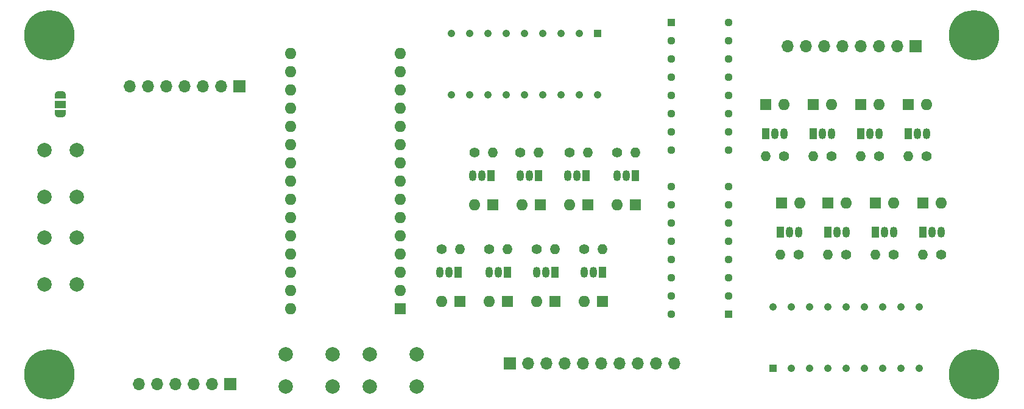
<source format=gts>
G04 #@! TF.GenerationSoftware,KiCad,Pcbnew,(6.0.2)*
G04 #@! TF.CreationDate,2022-06-24T18:07:30+02:00*
G04 #@! TF.ProjectId,divergence_meter_logic,64697665-7267-4656-9e63-655f6d657465,rev?*
G04 #@! TF.SameCoordinates,Original*
G04 #@! TF.FileFunction,Soldermask,Top*
G04 #@! TF.FilePolarity,Negative*
%FSLAX46Y46*%
G04 Gerber Fmt 4.6, Leading zero omitted, Abs format (unit mm)*
G04 Created by KiCad (PCBNEW (6.0.2)) date 2022-06-24 18:07:30*
%MOMM*%
%LPD*%
G01*
G04 APERTURE LIST*
G04 Aperture macros list*
%AMFreePoly0*
4,1,22,0.550000,-0.750000,0.000000,-0.750000,0.000000,-0.745033,-0.079941,-0.743568,-0.215256,-0.701293,-0.333266,-0.622738,-0.424486,-0.514219,-0.481581,-0.384460,-0.499164,-0.250000,-0.500000,-0.250000,-0.500000,0.250000,-0.499164,0.250000,-0.499963,0.256109,-0.478152,0.396186,-0.417904,0.524511,-0.324060,0.630769,-0.204165,0.706417,-0.067858,0.745374,0.000000,0.744959,0.000000,0.750000,
0.550000,0.750000,0.550000,-0.750000,0.550000,-0.750000,$1*%
%AMFreePoly1*
4,1,20,0.000000,0.744959,0.073905,0.744508,0.209726,0.703889,0.328688,0.626782,0.421226,0.519385,0.479903,0.390333,0.500000,0.250000,0.500000,-0.250000,0.499851,-0.262216,0.476331,-0.402017,0.414519,-0.529596,0.319384,-0.634700,0.198574,-0.708877,0.061801,-0.746166,0.000000,-0.745033,0.000000,-0.750000,-0.550000,-0.750000,-0.550000,0.750000,0.000000,0.750000,0.000000,0.744959,
0.000000,0.744959,$1*%
G04 Aperture macros list end*
%ADD10R,1.600000X1.600000*%
%ADD11O,1.600000X1.600000*%
%ADD12R,1.130000X1.130000*%
%ADD13C,1.130000*%
%ADD14C,2.000000*%
%ADD15C,0.800000*%
%ADD16C,7.000000*%
%ADD17C,1.400000*%
%ADD18O,1.400000X1.400000*%
%ADD19R,1.060000X1.060000*%
%ADD20C,1.060000*%
%ADD21R,1.050000X1.500000*%
%ADD22O,1.050000X1.500000*%
%ADD23FreePoly0,270.000000*%
%ADD24R,1.500000X1.000000*%
%ADD25FreePoly1,270.000000*%
%ADD26R,1.700000X1.700000*%
%ADD27O,1.700000X1.700000*%
G04 APERTURE END LIST*
D10*
X169291000Y-100584000D03*
D11*
X166751000Y-100584000D03*
D10*
X160655000Y-87122000D03*
D11*
X158115000Y-87122000D03*
D12*
X178910000Y-61722000D03*
D13*
X178910000Y-64262000D03*
X178910000Y-66802000D03*
X178910000Y-69342000D03*
X178910000Y-71882000D03*
X178910000Y-74422000D03*
X178910000Y-76962000D03*
X178910000Y-79502000D03*
X186850000Y-79502000D03*
X186850000Y-76962000D03*
X186850000Y-74422000D03*
X186850000Y-71882000D03*
X186850000Y-69342000D03*
X186850000Y-66802000D03*
X186850000Y-64262000D03*
X186850000Y-61722000D03*
D10*
X207264000Y-86868000D03*
D11*
X209804000Y-86868000D03*
D14*
X131774000Y-107986000D03*
X125274000Y-107986000D03*
X131774000Y-112486000D03*
X125274000Y-112486000D03*
D10*
X200660000Y-86868000D03*
D11*
X203200000Y-86868000D03*
D15*
X222836155Y-65356155D03*
X220980000Y-60875000D03*
X222836155Y-61643845D03*
X219123845Y-61643845D03*
X219123845Y-65356155D03*
X223605000Y-63500000D03*
X220980000Y-66125000D03*
X218355000Y-63500000D03*
D16*
X220980000Y-63500000D03*
D17*
X207772000Y-80391000D03*
D18*
X205232000Y-80391000D03*
D17*
X209804000Y-94107000D03*
D18*
X207264000Y-94107000D03*
D19*
X193040000Y-109914000D03*
D20*
X195580000Y-109914000D03*
X198120000Y-109914000D03*
X200660000Y-109914000D03*
X203200000Y-109914000D03*
X205740000Y-109914000D03*
X208280000Y-109914000D03*
X210820000Y-109914000D03*
X213360000Y-109914000D03*
X213360000Y-101414000D03*
X210820000Y-101414000D03*
X208280000Y-101414000D03*
X205740000Y-101414000D03*
X203200000Y-101414000D03*
X200660000Y-101414000D03*
X198120000Y-101414000D03*
X195580000Y-101414000D03*
X193040000Y-101414000D03*
D10*
X173863000Y-87122000D03*
D11*
X171323000Y-87122000D03*
D10*
X198628000Y-73152000D03*
D11*
X201168000Y-73152000D03*
D15*
X94312155Y-65356155D03*
X89831000Y-63500000D03*
X90599845Y-65356155D03*
X92456000Y-66125000D03*
X94312155Y-61643845D03*
D16*
X92456000Y-63500000D03*
D15*
X92456000Y-60875000D03*
X90599845Y-61643845D03*
X95081000Y-63500000D03*
D21*
X207264000Y-90932000D03*
D22*
X208534000Y-90932000D03*
X209804000Y-90932000D03*
D21*
X173863000Y-83058000D03*
D22*
X172593000Y-83058000D03*
X171323000Y-83058000D03*
D21*
X194056000Y-90932000D03*
D22*
X195326000Y-90932000D03*
X196596000Y-90932000D03*
D17*
X166751000Y-93345000D03*
D18*
X169291000Y-93345000D03*
D21*
X149225000Y-96520000D03*
D22*
X147955000Y-96520000D03*
X146685000Y-96520000D03*
D12*
X186850000Y-102362000D03*
D13*
X186850000Y-99822000D03*
X186850000Y-97282000D03*
X186850000Y-94742000D03*
X186850000Y-92202000D03*
X186850000Y-89662000D03*
X186850000Y-87122000D03*
X186850000Y-84582000D03*
X178910000Y-84582000D03*
X178910000Y-87122000D03*
X178910000Y-89662000D03*
X178910000Y-92202000D03*
X178910000Y-94742000D03*
X178910000Y-97282000D03*
X178910000Y-99822000D03*
X178910000Y-102362000D03*
D21*
X211836000Y-77216000D03*
D22*
X213106000Y-77216000D03*
X214376000Y-77216000D03*
D21*
X167005000Y-83058000D03*
D22*
X165735000Y-83058000D03*
X164465000Y-83058000D03*
D17*
X157911000Y-79883000D03*
D18*
X160451000Y-79883000D03*
D21*
X162687000Y-96520000D03*
D22*
X161417000Y-96520000D03*
X160147000Y-96520000D03*
D21*
X200660000Y-90932000D03*
D22*
X201930000Y-90932000D03*
X203200000Y-90932000D03*
D17*
X203200000Y-94107000D03*
D18*
X200660000Y-94107000D03*
D14*
X143458000Y-107986000D03*
X136958000Y-107986000D03*
X143458000Y-112486000D03*
X136958000Y-112486000D03*
D10*
X213868000Y-86868000D03*
D11*
X216408000Y-86868000D03*
D21*
X160401000Y-83058000D03*
D22*
X159131000Y-83058000D03*
X157861000Y-83058000D03*
D21*
X153797000Y-83058000D03*
D22*
X152527000Y-83058000D03*
X151257000Y-83058000D03*
D21*
X205232000Y-77216000D03*
D22*
X206502000Y-77216000D03*
X207772000Y-77216000D03*
D17*
X214376000Y-80391000D03*
D18*
X211836000Y-80391000D03*
D14*
X96230000Y-98246000D03*
X96230000Y-91746000D03*
X91730000Y-91746000D03*
X91730000Y-98246000D03*
D21*
X169291000Y-96520000D03*
D22*
X168021000Y-96520000D03*
X166751000Y-96520000D03*
D19*
X168656000Y-63314000D03*
D20*
X166116000Y-63314000D03*
X163576000Y-63314000D03*
X161036000Y-63314000D03*
X158496000Y-63314000D03*
X155956000Y-63314000D03*
X153416000Y-63314000D03*
X150876000Y-63314000D03*
X148336000Y-63314000D03*
X148336000Y-71814000D03*
X150876000Y-71814000D03*
X153416000Y-71814000D03*
X155956000Y-71814000D03*
X158496000Y-71814000D03*
X161036000Y-71814000D03*
X163576000Y-71814000D03*
X166116000Y-71814000D03*
X168656000Y-71814000D03*
D10*
X149479000Y-100584000D03*
D11*
X146939000Y-100584000D03*
D21*
X198628000Y-77216000D03*
D22*
X199898000Y-77216000D03*
X201168000Y-77216000D03*
D23*
X93980000Y-71852000D03*
D24*
X93980000Y-73152000D03*
D25*
X93980000Y-74452000D03*
D10*
X192024000Y-73152000D03*
D11*
X194564000Y-73152000D03*
D17*
X160147000Y-93345000D03*
D18*
X162687000Y-93345000D03*
D17*
X153543000Y-93345000D03*
D18*
X156083000Y-93345000D03*
D17*
X171323000Y-79883000D03*
D18*
X173863000Y-79883000D03*
D17*
X164719000Y-79883000D03*
D18*
X167259000Y-79883000D03*
D10*
X141224000Y-101600000D03*
D11*
X141224000Y-99060000D03*
X141224000Y-96520000D03*
X141224000Y-93980000D03*
X141224000Y-91440000D03*
X141224000Y-88900000D03*
X141224000Y-86360000D03*
X141224000Y-83820000D03*
X141224000Y-81280000D03*
X141224000Y-78740000D03*
X141224000Y-76200000D03*
X141224000Y-73660000D03*
X141224000Y-71120000D03*
X141224000Y-68580000D03*
X141224000Y-66040000D03*
X125984000Y-66040000D03*
X125984000Y-68580000D03*
X125984000Y-71120000D03*
X125984000Y-73660000D03*
X125984000Y-76200000D03*
X125984000Y-78740000D03*
X125984000Y-81280000D03*
X125984000Y-83820000D03*
X125984000Y-86360000D03*
X125984000Y-88900000D03*
X125984000Y-91440000D03*
X125984000Y-93980000D03*
X125984000Y-96520000D03*
X125984000Y-99060000D03*
X125984000Y-101600000D03*
D17*
X194564000Y-80391000D03*
D18*
X192024000Y-80391000D03*
D10*
X154051000Y-87122000D03*
D11*
X151511000Y-87122000D03*
D17*
X146939000Y-93345000D03*
D18*
X149479000Y-93345000D03*
D10*
X194154315Y-86868000D03*
D11*
X196694315Y-86868000D03*
D15*
X94312155Y-112600155D03*
X92456000Y-113369000D03*
X90599845Y-112600155D03*
X95081000Y-110744000D03*
X89831000Y-110744000D03*
X94312155Y-108887845D03*
X92456000Y-108119000D03*
X90599845Y-108887845D03*
D16*
X92456000Y-110744000D03*
D22*
X194564000Y-77216000D03*
X193294000Y-77216000D03*
D21*
X192024000Y-77216000D03*
D10*
X211836000Y-73152000D03*
D11*
X214376000Y-73152000D03*
D26*
X117577000Y-112168000D03*
D27*
X115037000Y-112168000D03*
X112497000Y-112168000D03*
X109957000Y-112168000D03*
X107417000Y-112168000D03*
X104877000Y-112168000D03*
D10*
X167259000Y-87122000D03*
D11*
X164719000Y-87122000D03*
D14*
X96230000Y-86054000D03*
X96230000Y-79554000D03*
X91730000Y-79554000D03*
X91730000Y-86054000D03*
D26*
X156464000Y-109220000D03*
D27*
X159004000Y-109220000D03*
X161544000Y-109220000D03*
X164084000Y-109220000D03*
X166624000Y-109220000D03*
X169164000Y-109220000D03*
X171704000Y-109220000D03*
X174244000Y-109220000D03*
X176784000Y-109220000D03*
X179324000Y-109220000D03*
D10*
X156083000Y-100584000D03*
D11*
X153543000Y-100584000D03*
D21*
X156083000Y-96520000D03*
D22*
X154813000Y-96520000D03*
X153543000Y-96520000D03*
D17*
X201168000Y-80391000D03*
D18*
X198628000Y-80391000D03*
D17*
X216408000Y-94107000D03*
D18*
X213868000Y-94107000D03*
D10*
X162687000Y-100584000D03*
D11*
X160147000Y-100584000D03*
D10*
X205232000Y-73152000D03*
D11*
X207772000Y-73152000D03*
D21*
X213868000Y-90932000D03*
D22*
X215138000Y-90932000D03*
X216408000Y-90932000D03*
D26*
X212852000Y-65024000D03*
D27*
X210312000Y-65024000D03*
X207772000Y-65024000D03*
X205232000Y-65024000D03*
X202692000Y-65024000D03*
X200152000Y-65024000D03*
X197612000Y-65024000D03*
X195072000Y-65024000D03*
D17*
X151511000Y-79883000D03*
D18*
X154051000Y-79883000D03*
D17*
X196596000Y-94107000D03*
D18*
X194056000Y-94107000D03*
D16*
X220980000Y-110744000D03*
D15*
X223605000Y-110744000D03*
X219123845Y-112600155D03*
X220980000Y-108119000D03*
X222836155Y-112600155D03*
X220980000Y-113369000D03*
X218355000Y-110744000D03*
X222836155Y-108887845D03*
X219123845Y-108887845D03*
D26*
X118872000Y-70684000D03*
D27*
X116332000Y-70684000D03*
X113792000Y-70684000D03*
X111252000Y-70684000D03*
X108712000Y-70684000D03*
X106172000Y-70684000D03*
X103632000Y-70684000D03*
M02*

</source>
